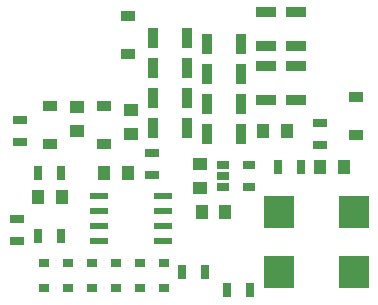
<source format=gtp>
G04 #@! TF.GenerationSoftware,KiCad,Pcbnew,5.1.5+dfsg1-2*
G04 #@! TF.CreationDate,2020-03-14T19:30:29+01:00*
G04 #@! TF.ProjectId,BlinkySWR-0.2-S,426c696e-6b79-4535-9752-2d302e322d53,rev?*
G04 #@! TF.SameCoordinates,Original*
G04 #@! TF.FileFunction,Paste,Top*
G04 #@! TF.FilePolarity,Positive*
%FSLAX46Y46*%
G04 Gerber Fmt 4.6, Leading zero omitted, Abs format (unit mm)*
G04 Created by KiCad (PCBNEW 5.1.5+dfsg1-2) date 2020-03-14 19:30:29*
%MOMM*%
%LPD*%
G04 APERTURE LIST*
%ADD10R,1.700000X0.900000*%
%ADD11R,0.900000X1.700000*%
%ADD12R,1.550000X0.600000*%
%ADD13R,2.550000X2.700000*%
%ADD14R,1.000000X1.250000*%
%ADD15R,0.900000X0.800000*%
%ADD16R,1.060000X0.650000*%
%ADD17R,0.700000X1.300000*%
%ADD18R,1.300000X0.700000*%
%ADD19R,1.220000X0.910000*%
%ADD20R,1.250000X1.000000*%
G04 APERTURE END LIST*
D10*
X29210000Y13642000D03*
X29210000Y10742000D03*
X29210000Y6170000D03*
X29210000Y9070000D03*
D11*
X27104000Y5842000D03*
X24204000Y5842000D03*
X19632000Y11430000D03*
X22532000Y11430000D03*
X19632000Y6350000D03*
X22532000Y6350000D03*
X27104000Y10922000D03*
X24204000Y10922000D03*
D12*
X20480000Y-1919000D03*
X20480000Y-3189000D03*
X20480000Y-4459000D03*
X20480000Y-5729000D03*
X15080000Y-5729000D03*
X15080000Y-4459000D03*
X15080000Y-3189000D03*
X15080000Y-1919000D03*
D13*
X30353000Y-8382000D03*
X36703000Y-8382000D03*
X30353000Y-3302000D03*
X36703000Y-3302000D03*
D14*
X23778000Y-3302000D03*
X25778000Y-3302000D03*
D10*
X31750000Y10742000D03*
X31750000Y13642000D03*
X31750000Y9070000D03*
X31750000Y6170000D03*
D11*
X24204000Y3302000D03*
X27104000Y3302000D03*
X19632000Y8890000D03*
X22532000Y8890000D03*
X27104000Y8382000D03*
X24204000Y8382000D03*
X22532000Y3810000D03*
X19632000Y3810000D03*
D15*
X20570000Y-7600000D03*
X20570000Y-9700000D03*
X18538000Y-9700000D03*
X18538000Y-7600000D03*
X16506000Y-7600000D03*
X16506000Y-9700000D03*
X14474000Y-9700000D03*
X14474000Y-7600000D03*
X12442000Y-7600000D03*
X12442000Y-9700000D03*
X10410000Y-9700000D03*
X10410000Y-7600000D03*
D16*
X27774000Y710000D03*
X27774000Y-1190000D03*
X25574000Y-1190000D03*
X25574000Y-240000D03*
X25574000Y710000D03*
D17*
X30292000Y508000D03*
X32192000Y508000D03*
D18*
X33782000Y2352000D03*
X33782000Y4252000D03*
D17*
X27874000Y-9906000D03*
X25974000Y-9906000D03*
X11872000Y0D03*
X9972000Y0D03*
D18*
X8382000Y2606000D03*
X8382000Y4506000D03*
X19558000Y1712000D03*
X19558000Y-188000D03*
D17*
X22164000Y-8382000D03*
X24064000Y-8382000D03*
X9972000Y-5334000D03*
X11872000Y-5334000D03*
D18*
X8128000Y-5776000D03*
X8128000Y-3876000D03*
D19*
X36830000Y6461000D03*
X36830000Y3191000D03*
X15494000Y2429000D03*
X15494000Y5699000D03*
X17526000Y13319000D03*
X17526000Y10049000D03*
X10922000Y5699000D03*
X10922000Y2429000D03*
D14*
X33798000Y508000D03*
X35798000Y508000D03*
X28972000Y3556000D03*
X30972000Y3556000D03*
X9922000Y-2032000D03*
X11922000Y-2032000D03*
D20*
X13208000Y5572000D03*
X13208000Y3572000D03*
X17780000Y5318000D03*
X17780000Y3318000D03*
D14*
X17510000Y0D03*
X15510000Y0D03*
D20*
X23626000Y-1240000D03*
X23626000Y760000D03*
M02*

</source>
